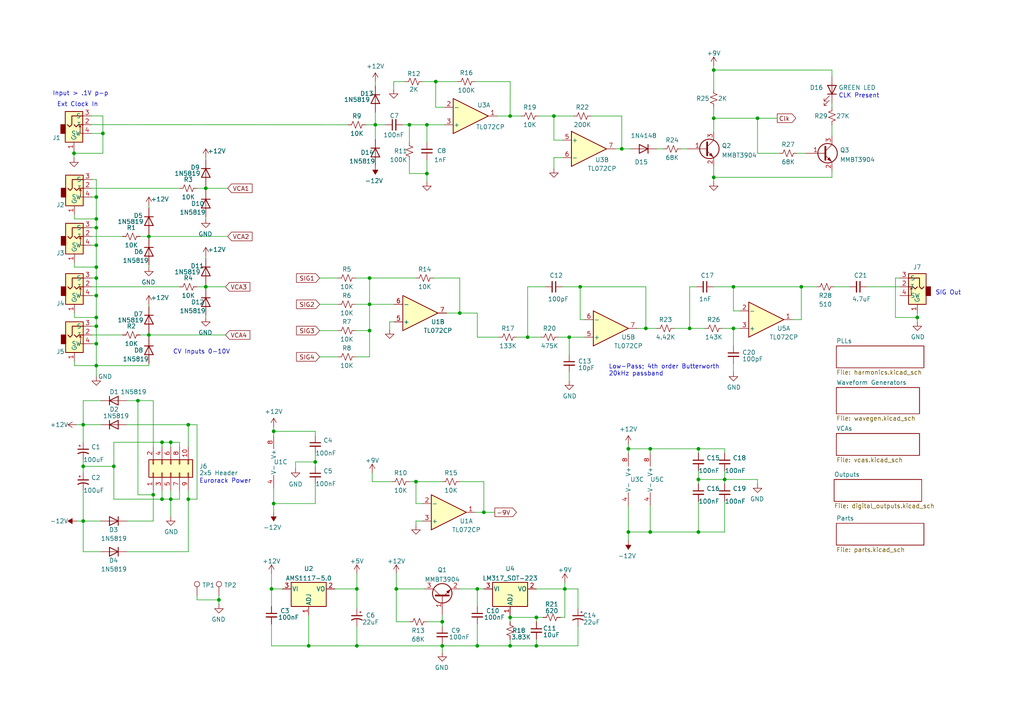
<source format=kicad_sch>
(kicad_sch (version 20211123) (generator eeschema)
  (paper "A4")
  (title_block (title "Pipes (main)") (rev "1.1"))
  (junction (at 155.575 179.07))
  (junction (at 138.43 170.815))
  (junction (at 27.94 63.5))
  (junction (at 140.335 148.59))
  (junction (at 182.245 154.305))
  (junction (at 123.825 50.3351))
  (junction (at 59.69 83.185))
  (junction (at 128.27 187.325))
  (junction (at 78.74 170.815))
  (junction (at 207.01 20.32))
  (junction (at 27.94 92.075))
  (junction (at 24.13 151.13))
  (junction (at 44.45 143.51))
  (junction (at 133.35 90.805))
  (junction (at 202.565 130.175))
  (junction (at 180.34 43.18))
  (junction (at 27.94 71.12))
  (junction (at 202.565 154.305))
  (junction (at 103.505 187.325))
  (junction (at 91.44 133.985))
  (junction (at 54.61 123.19))
  (junction (at 188.595 130.175))
  (junction (at 107.188 88.265))
  (junction (at 59.69 54.61))
  (junction (at 27.94 77.47))
  (junction (at 79.375 125.095))
  (junction (at 188.595 154.305))
  (junction (at 187.325 95.25))
  (junction (at 147.955 33.655))
  (junction (at 212.725 83.185))
  (junction (at 103.505 170.815))
  (junction (at 43.18 68.58))
  (junction (at 29.845 38.6971))
  (junction (at 27.94 99.695))
  (junction (at 123.825 36.195))
  (junction (at 212.725 95.25))
  (junction (at 165.1 97.79))
  (junction (at 54.61 144.78))
  (junction (at 155.575 187.325))
  (junction (at 27.94 85.725))
  (junction (at 168.275 83.185))
  (junction (at 27.94 80.645))
  (junction (at 27.94 106.045))
  (junction (at 128.27 180.34))
  (junction (at 49.53 128.27))
  (junction (at 33.02 135.255))
  (junction (at 24.13 135.255))
  (junction (at 43.18 97.155))
  (junction (at 138.43 187.325))
  (junction (at 147.955 179.07))
  (junction (at 163.83 170.815))
  (junction (at 182.245 130.175))
  (junction (at 120.65 139.7))
  (junction (at 200.025 95.25))
  (junction (at 232.41 83.185))
  (junction (at 207.01 51.435))
  (junction (at 160.655 33.655))
  (junction (at 79.375 146.05))
  (junction (at 46.99 144.78))
  (junction (at 63.5 173.99))
  (junction (at 202.565 139.065))
  (junction (at 27.94 66.04))
  (junction (at 266.065 92.075))
  (junction (at 24.13 123.19))
  (junction (at 21.463 44.45))
  (junction (at 219.71 34.29))
  (junction (at 118.745 36.195))
  (junction (at 210.185 139.065))
  (junction (at 108.8627 36.195))
  (junction (at 27.94 94.615))
  (junction (at 46.99 128.27))
  (junction (at 147.955 187.325))
  (junction (at 153.035 97.79))
  (junction (at 107.188 95.885))
  (junction (at 126.3887 23.6651))
  (junction (at 89.535 187.325))
  (junction (at 40.005 116.205))
  (junction (at 27.94 57.15))
  (junction (at 207.01 34.29))
  (junction (at 107.188 80.645))
  (junction (at 114.935 170.815))
  (junction (at 49.53 144.78))
  (wire (pts (xy 168.275 92.71) (xy 168.275 83.185)))
  (wire (pts (xy 54.61 129.54) (xy 54.61 123.19)))
  (wire (pts (xy 26.67 66.04) (xy 27.94 66.04)))
  (wire (pts (xy 167.64 176.53) (xy 167.64 170.815)))
  (wire (pts (xy 79.375 123.825) (xy 79.375 125.095)))
  (wire (pts (xy 89.535 187.325) (xy 103.505 187.325)))
  (wire (pts (xy 107.188 95.885) (xy 107.188 88.265)))
  (wire (pts (xy 43.18 68.58) (xy 43.18 69.215)))
  (wire (pts (xy 133.35 90.805) (xy 138.43 90.805)))
  (wire (pts (xy 27.94 92.075) (xy 27.94 94.615)))
  (wire (pts (xy 180.34 33.655) (xy 180.34 43.18)))
  (wire (pts (xy 59.69 74.93) (xy 59.69 74.295)))
  (wire (pts (xy 153.035 97.79) (xy 156.845 97.79)))
  (wire (pts (xy 210.185 145.415) (xy 210.185 154.305)))
  (wire (pts (xy 26.67 97.155) (xy 35.56 97.155)))
  (wire (pts (xy 241.3 20.32) (xy 241.3 22.225)))
  (wire (pts (xy 103.124 88.265) (xy 107.188 88.265)))
  (wire (pts (xy 113.03 93.345) (xy 113.03 95.631)))
  (wire (pts (xy 128.27 186.69) (xy 128.27 187.325)))
  (wire (pts (xy 26.67 57.15) (xy 27.94 57.15)))
  (wire (pts (xy 188.595 131.445) (xy 188.595 130.175)))
  (wire (pts (xy 137.8187 23.6651) (xy 147.9787 23.6651)))
  (wire (pts (xy 138.43 170.815) (xy 140.335 170.815)))
  (wire (pts (xy 219.71 139.065) (xy 219.71 140.335)))
  (wire (pts (xy 138.43 90.805) (xy 138.43 97.79)))
  (wire (pts (xy 147.955 179.07) (xy 155.575 179.07)))
  (wire (pts (xy 54.61 144.78) (xy 57.15 144.78)))
  (wire (pts (xy 27.94 85.725) (xy 27.94 92.075)))
  (wire (pts (xy 241.935 83.185) (xy 246.38 83.185)))
  (wire (pts (xy 43.18 60.325) (xy 43.18 59.69)))
  (wire (pts (xy 52.07 128.27) (xy 52.07 129.54)))
  (wire (pts (xy 210.185 139.065) (xy 219.71 139.065)))
  (wire (pts (xy 207.01 48.26) (xy 207.01 51.435)))
  (wire (pts (xy 168.275 83.185) (xy 187.325 83.185)))
  (wire (pts (xy 26.543 36.1571) (xy 100.965 36.195)))
  (wire (pts (xy 128.27 187.325) (xy 138.43 187.325)))
  (wire (pts (xy 59.69 83.185) (xy 59.69 83.82)))
  (wire (pts (xy 259.715 92.075) (xy 266.065 92.075)))
  (wire (pts (xy 128.27 187.325) (xy 128.27 189.23)))
  (wire (pts (xy 107.95 139.7) (xy 107.95 137.16)))
  (wire (pts (xy 29.845 33.6171) (xy 29.845 38.6971)))
  (wire (pts (xy 24.13 133.35) (xy 24.13 135.255)))
  (wire (pts (xy 129.54 90.805) (xy 133.35 90.805)))
  (wire (pts (xy 49.53 142.24) (xy 49.53 144.78)))
  (wire (pts (xy 91.44 140.335) (xy 91.44 146.05)))
  (wire (pts (xy 26.67 71.12) (xy 27.94 71.12)))
  (wire (pts (xy 187.325 83.185) (xy 187.325 95.25)))
  (wire (pts (xy 97.155 170.815) (xy 103.505 170.815)))
  (wire (pts (xy 120.65 139.7) (xy 120.65 146.05)))
  (wire (pts (xy 27.94 57.15) (xy 27.94 63.5)))
  (wire (pts (xy 43.18 106.045) (xy 27.94 106.045)))
  (wire (pts (xy 103.124 95.885) (xy 107.188 95.885)))
  (wire (pts (xy 165.1 97.79) (xy 169.545 97.79)))
  (wire (pts (xy 123.825 36.195) (xy 128.905 36.195)))
  (wire (pts (xy 54.61 160.02) (xy 54.61 144.78)))
  (wire (pts (xy 155.575 179.07) (xy 157.48 179.07)))
  (wire (pts (xy 140.335 148.59) (xy 140.335 139.7)))
  (wire (pts (xy 210.185 136.525) (xy 210.185 139.065)))
  (wire (pts (xy 188.595 130.175) (xy 202.565 130.175)))
  (wire (pts (xy 92.71 95.885) (xy 98.044 95.885)))
  (wire (pts (xy 49.53 128.27) (xy 49.53 129.54)))
  (wire (pts (xy 212.725 95.25) (xy 214.63 95.25)))
  (wire (pts (xy 210.185 139.065) (xy 210.185 140.335)))
  (wire (pts (xy 59.69 62.865) (xy 59.69 63.5)))
  (wire (pts (xy 27.94 63.5) (xy 27.94 66.04)))
  (wire (pts (xy 57.15 173.99) (xy 63.5 173.99)))
  (wire (pts (xy 232.41 83.185) (xy 236.855 83.185)))
  (wire (pts (xy 125.73 80.645) (xy 133.35 80.645)))
  (wire (pts (xy 43.18 97.155) (xy 65.405 97.155)))
  (wire (pts (xy 44.45 116.205) (xy 44.45 129.54)))
  (wire (pts (xy 27.94 77.47) (xy 21.59 77.47)))
  (wire (pts (xy 46.99 142.24) (xy 46.99 144.78)))
  (wire (pts (xy 103.505 166.37) (xy 103.505 170.815)))
  (wire (pts (xy 22.225 151.13) (xy 24.13 151.13)))
  (wire (pts (xy 27.94 92.075) (xy 21.59 92.075)))
  (wire (pts (xy 123.825 46.355) (xy 123.825 50.3351)))
  (wire (pts (xy 123.825 180.34) (xy 128.27 180.34)))
  (wire (pts (xy 138.43 180.975) (xy 138.43 187.325)))
  (wire (pts (xy 113.03 93.345) (xy 114.3 93.345)))
  (wire (pts (xy 212.725 90.17) (xy 214.63 90.17)))
  (wire (pts (xy 126.365 31.115) (xy 126.3887 23.6651)))
  (wire (pts (xy 207.01 83.185) (xy 212.725 83.185)))
  (wire (pts (xy 147.955 187.325) (xy 155.575 187.325)))
  (wire (pts (xy 202.565 145.415) (xy 202.565 154.305)))
  (wire (pts (xy 89.535 178.435) (xy 89.535 187.325)))
  (wire (pts (xy 167.64 170.815) (xy 163.83 170.815)))
  (wire (pts (xy 24.13 123.19) (xy 24.13 128.27)))
  (wire (pts (xy 182.245 130.175) (xy 188.595 130.175)))
  (wire (pts (xy 160.655 40.64) (xy 160.655 33.655)))
  (wire (pts (xy 27.94 106.045) (xy 27.94 109.22)))
  (wire (pts (xy 43.18 67.945) (xy 43.18 68.58)))
  (wire (pts (xy 106.045 36.195) (xy 108.8627 36.195)))
  (wire (pts (xy 118.745 46.355) (xy 118.745 50.3351)))
  (wire (pts (xy 163.195 40.64) (xy 160.655 40.64)))
  (wire (pts (xy 43.18 88.9) (xy 43.18 88.265)))
  (wire (pts (xy 197.485 43.18) (xy 199.39 43.18)))
  (wire (pts (xy 26.67 85.725) (xy 27.94 85.725)))
  (wire (pts (xy 26.67 54.61) (xy 52.07 54.61)))
  (wire (pts (xy 118.745 139.7) (xy 120.65 139.7)))
  (wire (pts (xy 49.53 144.78) (xy 49.53 149.86)))
  (wire (pts (xy 78.74 170.815) (xy 78.74 175.895)))
  (wire (pts (xy 79.375 146.05) (xy 79.375 148.59)))
  (wire (pts (xy 155.575 170.815) (xy 163.83 170.815)))
  (wire (pts (xy 26.543 38.6971) (xy 29.845 38.6971)))
  (wire (pts (xy 169.545 92.71) (xy 168.275 92.71)))
  (wire (pts (xy 133.35 139.7) (xy 140.335 139.7)))
  (wire (pts (xy 24.13 160.02) (xy 24.13 151.13)))
  (wire (pts (xy 162.56 179.07) (xy 163.83 179.07)))
  (wire (pts (xy 155.575 179.07) (xy 155.575 180.34)))
  (wire (pts (xy 27.94 77.47) (xy 27.94 80.645)))
  (wire (pts (xy 24.13 142.24) (xy 24.13 151.13)))
  (wire (pts (xy 40.005 116.205) (xy 40.005 143.51)))
  (wire (pts (xy 57.15 144.78) (xy 57.15 123.19)))
  (wire (pts (xy 103.505 187.325) (xy 128.27 187.325)))
  (wire (pts (xy 27.94 71.12) (xy 27.94 77.47)))
  (wire (pts (xy 147.955 178.435) (xy 147.955 179.07)))
  (wire (pts (xy 108.8627 32.5551) (xy 108.8627 36.195)))
  (wire (pts (xy 33.02 144.78) (xy 46.99 144.78)))
  (wire (pts (xy 49.53 144.78) (xy 52.07 144.78)))
  (wire (pts (xy 114.935 180.34) (xy 114.935 170.815)))
  (wire (pts (xy 118.745 50.3351) (xy 123.825 50.3351)))
  (wire (pts (xy 36.83 151.13) (xy 44.45 151.13)))
  (wire (pts (xy 138.43 170.815) (xy 138.43 175.895)))
  (wire (pts (xy 85.725 135.89) (xy 85.725 133.985)))
  (wire (pts (xy 40.64 97.155) (xy 43.18 97.155)))
  (wire (pts (xy 241.3 29.845) (xy 241.3 31.115)))
  (wire (pts (xy 36.83 160.02) (xy 54.61 160.02)))
  (wire (pts (xy 26.67 99.695) (xy 27.94 99.695)))
  (wire (pts (xy 108.8627 23.6651) (xy 108.8627 24.9351)))
  (wire (pts (xy 138.43 187.325) (xy 147.955 187.325)))
  (wire (pts (xy 29.21 116.205) (xy 24.13 116.205)))
  (wire (pts (xy 26.67 68.58) (xy 35.56 68.58)))
  (wire (pts (xy 59.69 54.61) (xy 66.04 54.61)))
  (wire (pts (xy 163.195 83.185) (xy 168.275 83.185)))
  (wire (pts (xy 24.13 135.255) (xy 24.13 137.16)))
  (wire (pts (xy 21.463 44.45) (xy 21.463 45.8315)))
  (wire (pts (xy 212.725 105.41) (xy 212.725 107.95)))
  (wire (pts (xy 91.44 133.985) (xy 91.44 135.255)))
  (wire (pts (xy 29.21 160.02) (xy 24.13 160.02)))
  (wire (pts (xy 182.245 154.305) (xy 182.245 156.845)))
  (wire (pts (xy 219.71 34.29) (xy 225.425 34.29)))
  (wire (pts (xy 266.065 90.805) (xy 266.065 92.075)))
  (wire (pts (xy 207.01 34.29) (xy 207.01 38.1)))
  (wire (pts (xy 24.13 123.19) (xy 29.21 123.19)))
  (wire (pts (xy 160.655 33.655) (xy 166.37 33.655)))
  (wire (pts (xy 103.505 176.53) (xy 103.505 170.815)))
  (wire (pts (xy 207.01 19.05) (xy 207.01 20.32)))
  (wire (pts (xy 226.06 44.45) (xy 219.71 44.45)))
  (wire (pts (xy 43.18 105.41) (xy 43.18 106.045)))
  (wire (pts (xy 209.55 95.25) (xy 212.725 95.25)))
  (wire (pts (xy 78.74 166.37) (xy 78.74 170.815)))
  (wire (pts (xy 103.124 103.505) (xy 107.188 103.505)))
  (wire (pts (xy 207.01 20.32) (xy 207.01 26.035)))
  (wire (pts (xy 26.67 52.07) (xy 27.94 52.07)))
  (wire (pts (xy 59.69 53.975) (xy 59.69 54.61)))
  (wire (pts (xy 138.43 97.79) (xy 144.78 97.79)))
  (wire (pts (xy 52.07 144.78) (xy 52.07 142.24)))
  (wire (pts (xy 63.5 173.99) (xy 63.5 175.26)))
  (wire (pts (xy 259.715 80.645) (xy 259.715 92.075)))
  (wire (pts (xy 202.565 139.065) (xy 202.565 140.335)))
  (wire (pts (xy 108.8627 36.195) (xy 108.8627 40.4291)))
  (wire (pts (xy 57.15 54.61) (xy 59.69 54.61)))
  (wire (pts (xy 36.83 116.205) (xy 40.005 116.205)))
  (wire (pts (xy 202.565 136.525) (xy 202.565 139.065)))
  (wire (pts (xy 149.86 97.79) (xy 153.035 97.79)))
  (wire (pts (xy 158.115 83.185) (xy 153.035 83.185)))
  (wire (pts (xy 107.188 103.505) (xy 107.188 95.885)))
  (wire (pts (xy 187.325 95.25) (xy 184.785 95.25)))
  (wire (pts (xy 43.18 68.58) (xy 66.04 68.58)))
  (wire (pts (xy 46.99 128.27) (xy 46.99 129.54)))
  (wire (pts (xy 21.59 104.775) (xy 21.59 106.045)))
  (wire (pts (xy 26.67 80.645) (xy 27.94 80.645)))
  (wire (pts (xy 22.225 123.19) (xy 24.13 123.19)))
  (wire (pts (xy 182.245 128.905) (xy 182.245 130.175)))
  (wire (pts (xy 122.5787 23.6651) (xy 126.3887 23.6651)))
  (wire (pts (xy 163.195 45.72) (xy 160.655 45.72)))
  (wire (pts (xy 128.27 180.34) (xy 128.27 181.61)))
  (wire (pts (xy 57.15 123.19) (xy 54.61 123.19)))
  (wire (pts (xy 59.69 82.55) (xy 59.69 83.185)))
  (wire (pts (xy 114.935 166.37) (xy 114.935 170.815)))
  (wire (pts (xy 241.3 36.195) (xy 241.3 39.37)))
  (wire (pts (xy 163.83 168.91) (xy 163.83 170.815)))
  (wire (pts (xy 44.45 142.24) (xy 44.45 143.51)))
  (wire (pts (xy 120.65 151.13) (xy 122.555 151.13)))
  (wire (pts (xy 24.13 135.255) (xy 33.02 135.255)))
  (wire (pts (xy 147.9787 23.6651) (xy 147.955 33.655)))
  (wire (pts (xy 182.245 131.445) (xy 182.245 130.175)))
  (wire (pts (xy 187.325 95.25) (xy 190.5 95.25)))
  (wire (pts (xy 63.5 172.72) (xy 63.5 173.99)))
  (wire (pts (xy 33.02 135.255) (xy 33.02 144.78)))
  (wire (pts (xy 118.745 180.34) (xy 114.935 180.34)))
  (wire (pts (xy 151.13 33.655) (xy 147.955 33.655)))
  (wire (pts (xy 44.45 116.205) (xy 40.005 116.205)))
  (wire (pts (xy 107.188 88.265) (xy 114.3 88.265)))
  (wire (pts (xy 103.124 80.645) (xy 107.188 80.645)))
  (wire (pts (xy 156.21 33.655) (xy 160.655 33.655)))
  (wire (pts (xy 163.83 179.07) (xy 163.83 170.815)))
  (wire (pts (xy 200.025 83.185) (xy 200.025 95.25)))
  (wire (pts (xy 212.725 95.25) (xy 212.725 100.33)))
  (wire (pts (xy 59.69 46.355) (xy 59.69 45.72)))
  (wire (pts (xy 200.025 95.25) (xy 204.47 95.25)))
  (wire (pts (xy 133.35 170.815) (xy 138.43 170.815)))
  (wire (pts (xy 59.69 91.44) (xy 59.69 92.075)))
  (wire (pts (xy 182.245 146.685) (xy 182.245 154.305)))
  (wire (pts (xy 118.745 36.195) (xy 118.745 41.275)))
  (wire (pts (xy 114.1967 23.6651) (xy 117.4987 23.6651)))
  (wire (pts (xy 202.565 131.445) (xy 202.565 130.175)))
  (wire (pts (xy 91.44 125.095) (xy 91.44 126.365)))
  (wire (pts (xy 147.955 179.07) (xy 147.955 180.34)))
  (wire (pts (xy 165.1 107.95) (xy 165.1 110.49)))
  (wire (pts (xy 24.13 116.205) (xy 24.13 123.19)))
  (wire (pts (xy 33.02 128.27) (xy 33.02 135.255)))
  (wire (pts (xy 212.725 83.185) (xy 232.41 83.185)))
  (wire (pts (xy 108.8627 36.195) (xy 111.76 36.195)))
  (wire (pts (xy 79.375 126.365) (xy 79.375 125.095)))
  (wire (pts (xy 153.035 83.185) (xy 153.035 97.79)))
  (wire (pts (xy 46.99 128.27) (xy 33.02 128.27)))
  (wire (pts (xy 59.69 83.185) (xy 65.405 83.185)))
  (wire (pts (xy 182.245 154.305) (xy 188.595 154.305)))
  (wire (pts (xy 178.435 43.18) (xy 180.34 43.18)))
  (wire (pts (xy 21.463 43.7771) (xy 21.463 44.45)))
  (wire (pts (xy 188.595 154.305) (xy 202.565 154.305)))
  (wire (pts (xy 43.18 76.835) (xy 43.18 77.47)))
  (wire (pts (xy 79.375 141.605) (xy 79.375 146.05)))
  (wire (pts (xy 85.725 133.985) (xy 91.44 133.985)))
  (wire (pts (xy 210.185 139.065) (xy 202.565 139.065)))
  (wire (pts (xy 40.64 68.58) (xy 43.18 68.58)))
  (wire (pts (xy 103.505 181.61) (xy 103.505 187.325)))
  (wire (pts (xy 92.71 88.265) (xy 98.044 88.265)))
  (wire (pts (xy 207.01 31.115) (xy 207.01 34.29)))
  (wire (pts (xy 49.53 128.27) (xy 46.99 128.27)))
  (wire (pts (xy 201.93 83.185) (xy 200.025 83.185)))
  (wire (pts (xy 59.69 54.61) (xy 59.69 55.245)))
  (wire (pts (xy 207.01 34.29) (xy 219.71 34.29)))
  (wire (pts (xy 126.3887 23.6651) (xy 132.7387 23.6651)))
  (wire (pts (xy 26.67 94.615) (xy 27.94 94.615)))
  (wire (pts (xy 171.45 33.655) (xy 180.34 33.655)))
  (wire (pts (xy 114.935 170.815) (xy 123.19 170.815)))
  (wire (pts (xy 123.825 50.3351) (xy 123.825 52.705)))
  (wire (pts (xy 92.71 80.645) (xy 98.044 80.645)))
  (wire (pts (xy 54.61 142.24) (xy 54.61 144.78)))
  (wire (pts (xy 229.87 92.71) (xy 232.41 92.71)))
  (wire (pts (xy 79.375 125.095) (xy 91.44 125.095)))
  (wire (pts (xy 27.94 52.07) (xy 27.94 57.15)))
  (wire (pts (xy 92.71 103.505) (xy 98.044 103.505)))
  (wire (pts (xy 123.825 36.195) (xy 123.825 41.275)))
  (wire (pts (xy 212.725 83.185) (xy 212.725 90.17)))
  (wire (pts (xy 107.188 80.645) (xy 120.65 80.645)))
  (wire (pts (xy 180.34 43.18) (xy 182.88 43.18)))
  (wire (pts (xy 26.67 83.185) (xy 52.07 83.185)))
  (wire (pts (xy 78.74 180.975) (xy 78.74 187.325)))
  (wire (pts (xy 128.905 31.115) (xy 126.365 31.115)))
  (wire (pts (xy 21.59 62.23) (xy 21.59 63.5)))
  (wire (pts (xy 188.595 146.685) (xy 188.595 154.305)))
  (wire (pts (xy 120.65 139.7) (xy 128.27 139.7)))
  (wire (pts (xy 27.94 106.045) (xy 21.59 106.045)))
  (wire (pts (xy 202.565 130.175) (xy 210.185 130.175)))
  (wire (pts (xy 219.71 44.45) (xy 219.71 34.29)))
  (wire (pts (xy 266.065 92.075) (xy 266.065 93.345)))
  (wire (pts (xy 46.99 144.78) (xy 49.53 144.78)))
  (wire (pts (xy 107.188 80.645) (xy 107.188 88.265)))
  (wire (pts (xy 133.35 80.645) (xy 133.35 90.805)))
  (wire (pts (xy 167.64 187.325) (xy 155.575 187.325)))
  (wire (pts (xy 79.375 146.05) (xy 91.44 146.05)))
  (wire (pts (xy 116.84 36.195) (xy 118.745 36.195)))
  (wire (pts (xy 207.01 20.32) (xy 241.3 20.32)))
  (wire (pts (xy 120.65 146.05) (xy 122.555 146.05)))
  (wire (pts (xy 27.94 80.645) (xy 27.94 85.725)))
  (wire (pts (xy 27.94 99.695) (xy 27.94 106.045)))
  (wire (pts (xy 155.575 185.42) (xy 155.575 187.325)))
  (wire (pts (xy 57.15 172.72) (xy 57.15 173.99)))
  (wire (pts (xy 241.3 49.53) (xy 241.3 51.435)))
  (wire (pts (xy 29.845 44.45) (xy 29.845 38.6971)))
  (wire (pts (xy 120.65 152.4) (xy 120.65 151.13)))
  (wire (pts (xy 195.58 95.25) (xy 200.025 95.25)))
  (wire (pts (xy 160.655 45.72) (xy 160.655 48.895)))
  (wire (pts (xy 91.44 131.445) (xy 91.44 133.985)))
  (wire (pts (xy 27.94 66.04) (xy 27.94 71.12)))
  (wire (pts (xy 232.41 92.71) (xy 232.41 83.185)))
  (wire (pts (xy 210.185 130.175) (xy 210.185 131.445)))
  (wire (pts (xy 137.795 148.59) (xy 140.335 148.59)))
  (wire (pts (xy 107.95 139.7) (xy 113.665 139.7)))
  (wire (pts (xy 29.21 151.13) (xy 24.13 151.13)))
  (wire (pts (xy 161.925 97.79) (xy 165.1 97.79)))
  (wire (pts (xy 140.335 148.59) (xy 143.51 148.59)))
  (wire (pts (xy 36.83 123.19) (xy 54.61 123.19)))
  (wire (pts (xy 118.745 36.195) (xy 123.825 36.195)))
  (wire (pts (xy 21.59 90.805) (xy 21.59 92.075)))
  (wire (pts (xy 44.45 143.51) (xy 44.45 151.13)))
  (wire (pts (xy 241.3 51.435) (xy 207.01 51.435)))
  (wire (pts (xy 43.18 96.52) (xy 43.18 97.155)))
  (wire (pts (xy 78.74 187.325) (xy 89.535 187.325)))
  (wire (pts (xy 231.14 44.45) (xy 233.68 44.45)))
  (wire (pts (xy 202.565 154.305) (xy 210.185 154.305)))
  (wire (pts (xy 57.15 83.185) (xy 59.69 83.185)))
  (wire (pts (xy 114.1967 23.6651) (xy 114.1967 25.9511)))
  (wire (pts (xy 207.01 51.435) (xy 207.01 52.705)))
  (wire (pts (xy 165.1 97.79) (xy 165.1 102.87)))
  (wire (pts (xy 27.94 63.5) (xy 21.59 63.5)))
  (wire (pts (xy 43.18 97.155) (xy 43.18 97.79)))
  (wire (pts (xy 40.005 143.51) (xy 44.45 143.51)))
  (wire (pts (xy 78.74 170.815) (xy 81.915 170.815)))
  (wire (pts (xy 260.985 80.645) (xy 259.715 80.645)))
  (wire (pts (xy 144.145 33.655) (xy 147.955 33.655)))
  (wire (pts (xy 190.5 43.18) (xy 192.405 43.18)))
  (wire (pts (xy 27.94 94.615) (xy 27.94 99.695)))
  (wire (pts (xy 49.53 128.27) (xy 52.07 128.27)))
  (wire (pts (xy 251.46 83.185) (xy 260.985 83.185)))
  (wire (pts (xy 26.543 33.6171) (xy 29.845 33.6171)))
  (wire (pts (xy 21.59 76.2) (xy 21.59 77.47)))
  (wire (pts (xy 21.463 44.45) (xy 29.845 44.45)))
  (wire (pts (xy 167.64 181.61) (xy 167.64 187.325)))
  (wire (pts (xy 128.27 178.435) (xy 128.27 180.34)))
  (wire (pts (xy 147.955 185.42) (xy 147.955 187.325)))
  (text "Eurorack Power" (at 57.785 140.335 0) (effects (font (size 1.27 1.27)) (justify left bottom)))
  (text "SIG Out" (at 278.765 85.725 180) (effects (font (size 1.27 1.27)) (justify right bottom)))
  (text "Low-Pass; 4th order Butterworth\n20kHz passband" (at 176.53 109.22 0) (effects (font (size 1.27 1.27)) (justify left bottom)))
  (text "Input > .1V p-p" (at 15.24 27.94 0) (effects (font (size 1.27 1.27)) (justify left bottom)))
  (text "CLK Present" (at 243.205 28.575 0) (effects (font (size 1.27 1.27)) (justify left bottom)))
  (text "CV Inputs 0-10V" (at 50.165 102.87 0) (effects (font (size 1.27 1.27)) (justify left bottom)))
  (text "Ext Clock In" (at 16.51 31.115 0) (effects (font (size 1.27 1.27)) (justify left bottom)))
  (global_label "SIG4" (shape input) (at 92.71 103.505 180) (property "Intersheet References" "${INTERSHEET_REFS}" (effects hide)))
  (global_label "VCA3" (shape input) (at 65.405 83.185 0) (property "Intersheet References" "${INTERSHEET_REFS}" (effects hide)))
  (global_label "Clk" (shape output) (at 225.425 34.29 0) (property "Intersheet References" "${INTERSHEET_REFS}" (effects hide)))
  (global_label "-9V" (shape output) (at 143.51 148.59 0) (property "Intersheet References" "${INTERSHEET_REFS}" (effects hide)))
  (global_label "VCA4" (shape input) (at 65.405 97.155 0) (property "Intersheet References" "${INTERSHEET_REFS}" (effects hide)))
  (global_label "VCA1" (shape input) (at 66.04 54.61 0) (property "Intersheet References" "${INTERSHEET_REFS}" (effects hide)))
  (global_label "SIG2" (shape input) (at 92.71 88.265 180) (property "Intersheet References" "${INTERSHEET_REFS}" (effects hide)))
  (global_label "SIG3" (shape input) (at 92.71 95.885 180) (property "Intersheet References" "${INTERSHEET_REFS}" (effects hide)))
  (global_label "SIG1" (shape input) (at 92.71 80.645 180) (property "Intersheet References" "${INTERSHEET_REFS}" (effects hide)))
  (global_label "VCA2" (shape input) (at 66.04 68.58 0) (property "Intersheet References" "${INTERSHEET_REFS}" (effects hide)))
  (symbol (lib_id "Device:R_Small_US") (at 207.01 95.25 270) (unit 1)
    (property "Reference" "R26" (at 207.01 92.71 90))
    (property "Value" "143K" (at 207.01 97.79 90))
    (property "Footprint" "Resistor_SMD:R_0603_1608Metric" (effects hide))
    (property "Digi-Key Part" "CRT0805-FZ-1002ELFCT-ND" (effects hide))
    (property "LCSC Part #" "C304703" (effects hide))
  )
  (symbol (lib_id "Diode:1N4148") (at 59.69 50.165 270) (unit 1)
    (property "Reference" "D9" (at 55.2688 48.5644 90) (effects (justify left)))
    (property "Value" "1N5819" (at 50.5653 50.3123 90) (effects (justify left)))
    (property "Footprint" "Diode_SMD:D_0805_2012Metric_Pad1.15x1.40mm_HandSolder" (effects hide))
    (property "Digi-Key Part" "478-7800-1-ND" (effects hide))
    (property "LCSC Part #" "C191023" (effects hide))
  )
  (symbol (lib_id "power:GND") (at 49.53 149.86 0) (unit 1)
    (property "Reference" "#PWR08" (effects hide))
    (property "Value" "GND" (at 49.657 154.2542 0))
  )
  (symbol (lib_id "Device:R_Small_US") (at 168.91 33.655 270) (unit 1)
    (property "Reference" "R22" (at 168.91 31.115 90))
    (property "Value" "200K" (at 168.91 36.195 90))
    (property "Footprint" "Resistor_SMD:R_0805_2012Metric_Pad1.20x1.40mm_HandSolder" (effects hide))
    (property "Digi-Key Part" "CF14JT10K0CT-ND" (effects hide))
    (property "LCSC Part #" "C17539" (effects hide))
  )
  (symbol (lib_id "power:+12V") (at 182.245 128.905 0) (unit 1)
    (property "Reference" "#PWR032" (effects hide))
    (property "Value" "+12V" (at 182.245 124.46 0))
  )
  (symbol (lib_id "Device:R_Small_US") (at 239.395 83.185 90) (unit 1)
    (property "Reference" "R28" (at 239.395 85.725 90))
    (property "Value" "510" (at 239.395 88.265 90))
    (property "Footprint" "Resistor_SMD:R_0805_2012Metric_Pad1.20x1.40mm_HandSolder" (effects hide))
    (property "Digi-Key Part" "PPC470W-1CT-ND" (effects hide))
    (property "LCSC Part #" "C2842425" (effects hide))
  )
  (symbol (lib_id "power:-12V") (at 22.225 151.13 90) (unit 1)
    (property "Reference" "#PWR03" (effects hide))
    (property "Value" "-12V" (at 17.145 151.13 90))
  )
  (symbol (lib_id "Device:R_Small_US") (at 160.02 179.07 270) (unit 1)
    (property "Reference" "R21" (at 160.02 175.26 90))
    (property "Value" "620" (at 160.02 177.165 90))
    (property "Footprint" "Resistor_SMD:R_0805_2012Metric_Pad1.20x1.40mm_HandSolder" (effects hide))
    (property "Digi-Key Part" "CF14JT68K0CT-ND" (effects hide))
    (property "LCSC Part #" "C144551" (effects hide))
  )
  (symbol (lib_id "power:+12V") (at 79.375 123.825 0) (unit 1)
    (property "Reference" "#PWR015" (effects hide))
    (property "Value" "+12V" (at 79.375 119.38 0))
  )
  (symbol (lib_id "power:GND") (at 63.5 175.26 0) (mirror y) (unit 1)
    (property "Reference" "#PWR013" (effects hide))
    (property "Value" "GND" (at 63.373 179.6542 0))
  )
  (symbol (lib_id "Device:C_Small") (at 160.655 83.185 270) (unit 1)
    (property "Reference" "C12" (at 159.385 79.883 90) (effects (justify left)))
    (property "Value" "100pF" (at 158.877 86.741 90) (effects (justify left)))
    (property "Footprint" "Capacitor_SMD:C_0805_2012Metric_Pad1.18x1.45mm_HandSolder" (effects hide))
    (property "Datasheet" "http://datasheets.avx.com/SR-Series.pdf" (effects hide))
    (property "Digi-Key Part" "399-9877-1-ND" (effects hide))
    (property "LCSC Part #" "C1790" (effects hide))
  )
  (symbol (lib_id "greenface-symbols:Molex_47257") (at 21.59 54.61 0) (unit 1)
    (property "Reference" "J2" (at 17.526 59.436 0))
    (property "Value" "3.5mm Jack" (effects hide))
    (property "Footprint" "sputterizer:Molex-0472570001" (effects hide))
    (property "Digi-Key Part" "WM17366-ND" (effects hide))
  )
  (symbol (lib_id "power:GND") (at 114.1967 25.9511 0) (unit 1)
    (property "Reference" "#PWR023" (effects hide))
    (property "Value" "GND" (effects hide))
  )
  (symbol (lib_id "power:GND") (at 120.65 152.4 0) (unit 1)
    (property "Reference" "#PWR025" (effects hide))
    (property "Value" "GND" (effects hide))
  )
  (symbol (lib_id "Device:R_Small_US") (at 207.01 28.575 0) (unit 1)
    (property "Reference" "R25" (at 203.835 28.575 0))
    (property "Value" "2K" (at 209.55 28.575 0))
    (property "Footprint" "Resistor_SMD:R_0603_1608Metric" (effects hide))
    (property "Digi-Key Part" "CRT0805-FZ-1002ELFCT-ND" (effects hide))
    (property "LCSC Part #" "C22975" (effects hide))
  )
  (symbol (lib_id "power:GND") (at 21.463 45.8315 0) (unit 1)
    (property "Reference" "#PWR01" (effects hide))
    (property "Value" "GND" (effects hide))
  )
  (symbol (lib_id "Amplifier_Operational:TL072") (at 222.25 92.71 0) (mirror x) (unit 1)
    (property "Reference" "U5" (at 227.33 95.25 0))
    (property "Value" "TL072CP" (at 227.33 97.79 0))
    (property "Footprint" "Package_SO:SOIC-8_3.9x4.9mm_P1.27mm" (effects hide))
    (property "Digi-Key Part" "296-1775-5-ND" (effects hide))
    (property "LCSC Part #" "C67473" (effects hide))
  )
  (symbol (lib_id "Connector:TestPoint") (at 63.5 172.72 0) (unit 1)
    (property "Reference" "TP2" (at 64.9732 169.7228 0) (effects (justify left)))
    (property "Value" "TestPoint" (effects hide))
    (property "Footprint" "TestPoint:TestPoint_Keystone_5005-5009_Compact" (effects hide))
    (property "Digi-Key Part" "36-5006-ND" (effects hide))
    (property "LCSC Part #" "C5199801" (effects hide))
  )
  (symbol (lib_id "Device:R_Small_US") (at 103.505 36.195 270) (unit 1)
    (property "Reference" "R9" (at 103.505 33.655 90))
    (property "Value" "10K" (at 103.505 38.735 90))
    (property "Footprint" "Resistor_SMD:R_0603_1608Metric" (effects hide))
    (property "Digi-Key Part" "CRT0805-FZ-1002ELFCT-ND" (effects hide))
    (property "LCSC Part #" "C25804" (effects hide))
  )
  (symbol (lib_id "power:GND") (at 59.69 63.5 0) (mirror y) (unit 1)
    (property "Reference" "#PWR010" (effects hide))
    (property "Value" "GND" (at 59.563 67.8942 0))
  )
  (symbol (lib_id "Regulator_Linear:LM317_SOT-223") (at 89.535 170.815 0) (unit 1)
    (property "Reference" "U2" (at 89.535 164.9435 0))
    (property "Value" "AMS1117-5.0" (at 89.535 167.7186 0))
    (property "Footprint" "Package_TO_SOT_SMD:SOT-223-3_TabPin2" (effects hide))
    (property "Datasheet" "http://www.ti.com/lit/ds/symlink/lm317.pdf" (effects hide))
    (property "LCSC Part #" "C6187" (effects hide))
  )
  (symbol (lib_id "Device:C_Small") (at 138.43 178.435 0) (unit 1)
    (property "Reference" "C10" (at 140.97 177.165 0) (effects (justify left)))
    (property "Value" "100nF" (at 140.335 179.07 0) (effects (justify left)))
    (property "Footprint" "Capacitor_SMD:C_0805_2012Metric_Pad1.18x1.45mm_HandSolder" (effects hide))
    (property "Datasheet" "http://datasheets.avx.com/SR-Series.pdf" (effects hide))
    (property "Digi-Key Part" "478-10836-1-ND" (effects hide))
    (property "LCSC Part #" "C49678" (effects hide))
  )
  (symbol (lib_id "Device:C_Small") (at 91.44 128.905 0) (unit 1)
    (property "Reference" "C4" (at 93.7768 127.7366 0) (effects (justify left)))
    (property "Value" "100nF" (at 91.44 131.445 0) (effects (justify left)))
    (property "Footprint" "Capacitor_SMD:C_0805_2012Metric_Pad1.18x1.45mm_HandSolder" (effects hide))
    (property "Datasheet" "http://datasheets.avx.com/SR-Series.pdf" (effects hide))
    (property "Digi-Key Part" "478-10836-1-ND" (effects hide))
    (property "LCSC Part #" "C49678" (effects hide))
  )
  (symbol (lib_id "Diode:1N4148") (at 59.69 78.74 270) (unit 1)
    (property "Reference" "D11" (at 55.2688 77.1394 90) (effects (justify left)))
    (property "Value" "1N5819" (at 50.5653 78.8873 90) (effects (justify left)))
    (property "Footprint" "Diode_SMD:D_0805_2012Metric_Pad1.15x1.40mm_HandSolder" (effects hide))
    (property "Digi-Key Part" "478-7800-1-ND" (effects hide))
    (property "LCSC Part #" "C191023" (effects hide))
  )
  (symbol (lib_id "Transistor_BJT:MMBT3904") (at 204.47 43.18 0) (unit 1)
    (property "Reference" "Q2" (at 209.3214 42.2715 0) (effects (justify left)))
    (property "Value" "MMBT3904" (at 209.3214 45.0466 0) (effects (justify left)))
    (property "Footprint" "Package_TO_SOT_SMD:SOT-23" (effects hide))
    (property "Datasheet" "https://www.onsemi.com/pub/Collateral/2N3903-D.PDF" (effects hide))
    (property "LCSC Part #" "C20526" (effects hide))
  )
  (symbol (lib_id "greenface-symbols:Molex_47257") (at 21.59 97.155 0) (unit 1)
    (property "Reference" "J5" (at 17.526 101.981 0))
    (property "Value" "3.5mm Jack" (effects hide))
    (property "Footprint" "sputterizer:Molex-0472570001" (effects hide))
    (property "Digi-Key Part" "WM17366-ND" (effects hide))
  )
  (symbol (lib_id "Device:LED") (at 241.3 26.035 270) (mirror x) (unit 1)
    (property "Reference" "D16" (at 238.76 25.4 90) (effects (justify right)))
    (property "Value" "GREEN LED" (at 254 25.4 90) (effects (justify right)))
    (property "Footprint" "LED_THT:LED_D3.0mm" (effects hide))
    (property "Datasheet" "https://katalog.we-online.de/led/datasheet/151031SS04000.pdf" (effects hide))
    (property "Digi-Key Part" "732-5007-ND" (effects hide))
  )
  (symbol (lib_id "Device:C_Small") (at 204.47 83.185 270) (unit 1)
    (property "Reference" "C17" (at 203.2 79.883 90) (effects (justify left)))
    (property "Value" "1nF" (at 202.692 86.741 90) (effects (justify left)))
    (property "Footprint" "Capacitor_SMD:C_0805_2012Metric_Pad1.18x1.45mm_HandSolder" (effects hide))
    (property "Datasheet" "http://datasheets.avx.com/SR-Series.pdf" (effects hide))
    (property "Digi-Key Part" "399-9877-1-ND" (effects hide))
    (property "LCSC Part #" "C597357" (effects hide))
  )
  (symbol (lib_id "Diode:1N4148") (at 43.18 73.025 270) (unit 1)
    (property "Reference" "D6" (at 38.862 73.025 90) (effects (justify left)))
    (property "Value" "1N5819" (at 35.56 75.565 90) (effects (justify left)))
    (property "Footprint" "Diode_SMD:D_0805_2012Metric_Pad1.15x1.40mm_HandSolder" (effects hide))
    (property "Digi-Key Part" "478-7800-1-ND" (effects hide))
    (property "LCSC Part #" "C191023" (effects hide))
  )
  (symbol (lib_id "Device:R_Small_US") (at 123.19 80.645 270) (unit 1)
    (property "Reference" "R14" (at 123.19 78.105 90))
    (property "Value" "10K" (at 123.19 83.185 90))
    (property "Footprint" "Resistor_SMD:R_0603_1608Metric" (effects hide))
    (property "Digi-Key Part" "CRT0805-FZ-1002ELFCT-ND" (effects hide))
    (property "LCSC Part #" "C25804" (effects hide))
  )
  (symbol (lib_id "Device:CP1_Small") (at 24.13 130.81 0) (unit 1)
    (property "Reference" "C1" (at 26.4414 129.6416 0) (effects (justify left)))
    (property "Value" "100uF" (at 24.13 133.35 0) (effects (justify left)))
    (property "Footprint" "Capacitor_SMD:CP_Elec_6.3x5.4_Nichicon" (effects hide))
    (property "Datasheet" "http://www.rubycon.co.jp/en/catalog/e_pdfs/aluminum/e_ml.pdf" (effects hide))
    (property "Digi-Key Part" "399-EDH107M016A9GAACT-ND" (effects hide))
    (property "LCSC Part #" "C2887272" (effects hide))
  )
  (symbol (lib_id "power:GND") (at 123.825 52.705 0) (unit 1)
    (property "Reference" "#PWR026" (effects hide))
    (property "Value" "GND" (effects hide))
  )
  (symbol (lib_id "Device:C_Small") (at 248.92 83.185 270) (unit 1)
    (property "Reference" "C21" (at 247.65 79.883 90) (effects (justify left)))
    (property "Value" "4.7uF" (at 247.142 86.741 90) (effects (justify left)))
    (property "Footprint" "Capacitor_SMD:C_1206_3216Metric" (effects hide))
    (property "Datasheet" "http://datasheets.avx.com/SR-Series.pdf" (effects hide))
    (property "Digi-Key Part" "399-9877-1-ND" (effects hide))
    (property "LCSC Part #" "C29823" (effects hide))
  )
  (symbol (lib_id "Diode:1N4148") (at 33.02 160.02 180) (unit 1)
    (property "Reference" "D4" (at 34.29 162.56 0) (effects (justify left)))
    (property "Value" "1N5819" (at 36.83 165.1 0) (effects (justify left)))
    (property "Footprint" "Diode_SMD:D_SOD-323_HandSoldering" (effects hide))
    (property "Digi-Key Part" "478-7800-1-ND" (effects hide))
    (property "LCSC Part #" "C191023" (effects hide))
  )
  (symbol (lib_id "Diode:1N4148") (at 43.18 64.135 270) (unit 1)
    (property "Reference" "D5" (at 38.7588 62.5344 90) (effects (justify left)))
    (property "Value" "1N5819" (at 34.0553 64.2823 90) (effects (justify left)))
    (property "Footprint" "Diode_SMD:D_0805_2012Metric_Pad1.15x1.40mm_HandSolder" (effects hide))
    (property "Digi-Key Part" "478-7800-1-ND" (effects hide))
    (property "LCSC Part #" "C191023" (effects hide))
  )
  (symbol (lib_id "Transistor_BJT:MMBT3904") (at 128.27 173.355 90) (unit 1)
    (property "Reference" "Q1" (at 128.27 165.2991 90))
    (property "Value" "MMBT3904" (at 128.27 168.0742 90))
    (property "Footprint" "Package_TO_SOT_SMD:SOT-23" (effects hide))
    (property "Datasheet" "https://www.onsemi.com/pub/Collateral/2N3903-D.PDF" (effects hide))
    (property "LCSC Part #" "C20526" (effects hide))
  )
  (symbol (lib_id "Device:C_Small") (at 155.575 182.88 0) (unit 1)
    (property "Reference" "C11" (at 157.48 182.245 0) (effects (justify left)))
    (property "Value" "10uF" (at 157.48 184.15 0) (effects (justify left)))
    (property "Footprint" "Capacitor_SMD:C_0805_2012Metric_Pad1.18x1.45mm_HandSolder" (effects hide))
    (property "Datasheet" "http://datasheets.avx.com/SR-Series.pdf" (effects hide))
    (property "Digi-Key Part" "399-9886-1-ND" (effects hide))
    (property "LCSC Part #" "C15850" (effects hide))
  )
  (symbol (lib_id "power:GND") (at 27.94 109.22 0) (mirror y) (unit 1)
    (property "Reference" "#PWR04" (effects hide))
    (property "Value" "GND" (at 30.48 109.22 0))
  )
  (symbol (lib_id "power:+9V") (at 107.95 137.16 0) (unit 1)
    (property "Reference" "#PWR019" (effects hide))
    (property "Value" "+9V" (at 107.95 133.5555 0))
  )
  (symbol (lib_id "Diode:1N4148") (at 33.02 123.19 0) (unit 1)
    (property "Reference" "D2" (at 31.75 118.745 0) (effects (justify left)))
    (property "Value" "1N5819" (at 29.845 120.65 0) (effects (justify left)))
    (property "Footprint" "Diode_SMD:D_SOD-323_HandSoldering" (effects hide))
    (property "Digi-Key Part" "478-7800-1-ND" (effects hide))
    (property "LCSC Part #" "C191023" (effects hide))
  )
  (symbol (lib_id "Amplifier_Operational:TL072") (at 130.175 148.59 0) (mirror x) (unit 1)
    (property "Reference" "U1" (at 135.255 151.13 0))
    (property "Value" "TL072CP" (at 135.255 153.67 0))
    (property "Footprint" "Package_SO:SOIC-8_3.9x4.9mm_P1.27mm" (effects hide))
    (property "Digi-Key Part" "296-1775-5-ND" (effects hide))
    (property "LCSC Part #" "C67473" (effects hide))
  )
  (symbol (lib_id "Device:R_Small_US") (at 120.0387 23.6651 90) (unit 1)
    (property "Reference" "R12" (at 120.0387 21.3791 90))
    (property "Value" "2K" (at 120.0387 25.9511 90))
    (property "Footprint" "Resistor_SMD:R_0603_1608Metric" (effects hide))
    (property "Digi-Key Part" "CRT0805-FZ-1002ELFCT-ND" (effects hide))
    (property "LCSC Part #" "C22975" (effects hide))
  )
  (symbol (lib_id "Device:C_Small") (at 202.565 142.875 0) (unit 1)
    (property "Reference" "C16" (at 204.9018 141.7066 0) (effects (justify left)))
    (property "Value" "100nF" (at 202.565 145.415 0) (effects (justify left)))
    (property "Footprint" "Capacitor_SMD:C_0805_2012Metric_Pad1.18x1.45mm_HandSolder" (effects hide))
    (property "Datasheet" "http://datasheets.avx.com/SR-Series.pdf" (effects hide))
    (property "Digi-Key Part" "478-10836-1-ND" (effects hide))
    (property "LCSC Part #" "C49678" (effects hide))
  )
  (symbol (lib_id "Device:R_Small_US") (at 241.3 33.655 0) (mirror x) (unit 1)
    (property "Reference" "R29" (at 238.125 33.655 0))
    (property "Value" "27K" (at 244.475 33.655 0))
    (property "Footprint" "Resistor_SMD:R_0805_2012Metric_Pad1.20x1.40mm_HandSolder" (effects hide))
    (property "Digi-Key Part" "CRT0805-FZ-1002ELFCT-ND" (effects hide))
    (property "LCSC Part #" "C17593" (effects hide))
  )
  (symbol (lib_id "power:+12V") (at 59.69 45.72 0) (unit 1)
    (property "Reference" "#PWR09" (effects hide))
    (property "Value" "+12V" (at 62.865 43.815 0))
  )
  (symbol (lib_id "Connector:TestPoint") (at 57.15 172.72 0) (unit 1)
    (property "Reference" "TP1" (at 58.6232 169.7228 0) (effects (justify left)))
    (property "Value" "TestPoint" (effects hide))
    (property "Footprint" "TestPoint:TestPoint_Keystone_5005-5009_Compact" (effects hide))
    (property "Digi-Key Part" "36-5006-ND" (effects hide))
    (property "LCSC Part #" "C5199801" (effects hide))
  )
  (symbol (lib_id "power:+12V") (at 22.225 123.19 90) (unit 1)
    (property "Reference" "#PWR02" (effects hide))
    (property "Value" "+12V" (at 17.145 123.19 90))
  )
  (symbol (lib_id "Device:C_Small") (at 212.725 102.87 0) (unit 1)
    (property "Reference" "C20" (at 215.265 102.235 0) (effects (justify left)))
    (property "Value" "100pF" (at 215.265 104.14 0) (effects (justify left)))
    (property "Footprint" "Capacitor_SMD:C_0805_2012Metric_Pad1.18x1.45mm_HandSolder" (effects hide))
    (property "Datasheet" "http://datasheets.avx.com/SR-Series.pdf" (effects hide))
    (property "Digi-Key Part" "399-9877-1-ND" (effects hide))
    (property "LCSC Part #" "C1790" (effects hide))
  )
  (symbol (lib_id "power:+12V") (at 114.935 166.37 0) (unit 1)
    (property "Reference" "#PWR024" (effects hide))
    (property "Value" "+12V" (at 114.935 162.7655 0))
  )
  (symbol (lib_id "Device:R_Small_US") (at 159.385 97.79 270) (unit 1)
    (property "Reference" "R20" (at 159.385 95.25 90))
    (property "Value" "475K" (at 159.385 100.33 90))
    (property "Footprint" "Resistor_SMD:R_0603_1608Metric" (effects hide))
    (property "Digi-Key Part" "CRT0805-FZ-1002ELFCT-ND" (effects hide))
    (property "LCSC Part #" "C403244" (effects hide))
  )
  (symbol (lib_id "Device:R_Small_US") (at 38.1 68.58 270) (unit 1)
    (property "Reference" "R1" (at 38.1 66.04 90))
    (property "Value" "10K" (at 38.1 71.12 90))
    (property "Footprint" "Resistor_SMD:R_0603_1608Metric" (effects hide))
    (property "Digi-Key Part" "CRT0805-FZ-1002ELFCT-ND" (effects hide))
    (property "LCSC Part #" "C25804" (effects hide))
  )
  (symbol (lib_id "power:GND") (at 43.18 77.47 0) (mirror y) (unit 1)
    (property "Reference" "#PWR06" (effects hide))
    (property "Value" "GND" (at 43.053 81.8642 0))
  )
  (symbol (lib_id "Device:CP1_Small") (at 103.505 179.07 0) (mirror y) (unit 1)
    (property "Reference" "C6" (at 108.81 178.4628 0) (effects (justify left)))
    (property "Value" "22uF" (at 109.9121 180.4678 0) (effects (justify left)))
    (property "Footprint" "Capacitor_Tantalum_SMD:CP_EIA-3216-18_Kemet-A" (effects hide))
    (property "Digi-Key Part" "478-12960-1-ND" (effects hide))
    (property "LCSC Part #" "C129272" (effects hide))
  )
  (symbol (lib_id "Device:R_Small_US") (at 147.32 97.79 270) (unit 1)
    (property "Reference" "R17" (at 147.32 95.25 90))
    (property "Value" "133K" (at 147.32 100.33 90))
    (property "Footprint" "Resistor_SMD:R_0603_1608Metric" (effects hide))
    (property "Digi-Key Part" "CRT0805-FZ-1002ELFCT-ND" (effects hide))
    (property "LCSC Part #" "C321714" (effects hide))
  )
  (symbol (lib_id "Device:C_Small") (at 202.565 133.985 0) (unit 1)
    (property "Reference" "C15" (at 204.9018 132.8166 0) (effects (justify left)))
    (property "Value" "100nF" (at 202.565 136.525 0) (effects (justify left)))
    (property "Footprint" "Capacitor_SMD:C_0805_2012Metric_Pad1.18x1.45mm_HandSolder" (effects hide))
    (property "Datasheet" "http://datasheets.avx.com/SR-Series.pdf" (effects hide))
    (property "Digi-Key Part" "478-10836-1-ND" (effects hide))
    (property "LCSC Part #" "C49678" (effects hide))
  )
  (symbol (lib_id "Regulator_Linear:LM317_SOT-223") (at 147.955 170.815 0) (unit 1)
    (property "Reference" "U4" (at 147.955 164.9435 0))
    (property "Value" "LM317_SOT-223" (at 147.955 167.7186 0))
    (property "Footprint" "Package_TO_SOT_SMD:SOT-223-3_TabPin2" (effects hide))
    (property "Datasheet" "http://www.ti.com/lit/ds/symlink/lm317.pdf" (effects hide))
    (property "LCSC Part #" "C347367" (effects hide))
  )
  (symbol (lib_id "power:GND") (at 59.69 92.075 0) (mirror y) (unit 1)
    (property "Reference" "#PWR012" (effects hide))
    (property "Value" "GND" (at 59.563 96.4692 0))
  )
  (symbol (lib_id "Amplifier_Operational:TL072") (at 136.525 33.655 0) (mirror x) (unit 1)
    (property "Reference" "U3" (at 140.335 30.48 0))
    (property "Value" "TL072CP" (at 142.24 36.83 0))
    (property "Footprint" "Package_SO:SOIC-8_3.9x4.9mm_P1.27mm" (effects hide))
    (property "Digi-Key Part" "296-1775-5-ND" (effects hide))
    (property "LCSC Part #" "C67473" (effects hide))
  )
  (symbol (lib_id "Device:CP1_Small") (at 167.64 179.07 0) (mirror y) (unit 1)
    (property "Reference" "C14" (at 172.945 178.4628 0) (effects (justify left)))
    (property "Value" "22uF" (at 174.0471 180.4678 0) (effects (justify left)))
    (property "Footprint" "Capacitor_Tantalum_SMD:CP_EIA-3216-18_Kemet-A" (effects hide))
    (property "Digi-Key Part" "478-12960-1-ND" (effects hide))
    (property "LCSC Part #" "C129272" (effects hide))
  )
  (symbol (lib_id "Device:R_Small_US") (at 54.61 83.185 270) (unit 1)
    (property "Reference" "R4" (at 54.61 80.645 90))
    (property "Value" "10K" (at 54.61 85.725 90))
    (property "Footprint" "Resistor_SMD:R_0603_1608Metric" (effects hide))
    (property "Digi-Key Part" "CRT0805-FZ-1002ELFCT-ND" (effects hide))
    (property "LCSC Part #" "C25804" (effects hide))
  )
  (symbol (lib_id "power:+5V") (at 103.505 166.37 0) (unit 1)
    (property "Reference" "#PWR018" (effects hide))
    (property "Value" "+5V" (at 103.505 162.7655 0))
  )
  (symbol (lib_id "Device:C_Small") (at 128.27 184.15 0) (unit 1)
    (property "Reference" "C9" (at 130.81 182.88 0) (effects (justify left)))
    (property "Value" "100nF" (at 130.175 184.785 0) (effects (justify left)))
    (property "Footprint" "Capacitor_SMD:C_0805_2012Metric_Pad1.18x1.45mm_HandSolder" (effects hide))
    (property "Datasheet" "http://datasheets.avx.com/SR-Series.pdf" (effects hide))
    (property "Digi-Key Part" "478-10836-1-ND" (effects hide))
    (property "LCSC Part #" "C49678" (effects hide))
  )
  (symbol (lib_id "Device:R_Small_US") (at 228.6 44.45 270) (unit 1)
    (property "Reference" "R27" (at 228.6 41.91 90))
    (property "Value" "68K" (at 228.6 46.99 90))
    (property "Footprint" "Resistor_SMD:R_0805_2012Metric_Pad1.20x1.40mm_HandSolder" (effects hide))
    (property "Digi-Key Part" "CF14JT10K0CT-ND" (effects hide))
    (property "LCSC Part #" "C17801" (effects hide))
  )
  (symbol (lib_id "Amplifier_Operational:TL072") (at 170.815 43.18 0) (unit 2)
    (property "Reference" "U3" (at 174.625 46.355 0))
    (property "Value" "TL072CP" (at 174.625 48.895 0))
    (property "Footprint" "Package_SO:SOIC-8_3.9x4.9mm_P1.27mm" (effects hide))
    (property "Digi-Key Part" "296-1775-5-ND" (effects hide))
    (property "LCSC Part #" "C67473" (effects hide))
  )
  (symbol (lib_id "Device:C_Small") (at 123.825 43.815 180) (unit 1)
    (property "Reference" "C8" (at 129.4367 43.7311 0) (effects (justify left)))
    (property "Value" "1nF" (at 129.54 46.355 0) (effects (justify left)))
    (property "Footprint" "Capacitor_SMD:C_0805_2012Metric_Pad1.18x1.45mm_HandSolder" (effects hide))
    (property "Datasheet" "http://datasheets.avx.com/SR-Series.pdf" (effects hide))
    (property "Digi-Key Part" "399-9877-1-ND" (effects hide))
    (property "LCSC Part #" "C46653" (effects hide))
  )
  (symbol (lib_id "Device:R_Small_US") (at 130.81 139.7 270) (unit 1)
    (property "Reference" "R15" (at 130.81 137.16 90))
    (property "Value" "10K" (at 130.81 142.24 90))
    (property "Footprint" "Resistor_SMD:R_0603_1608Metric" (effects hide))
    (property "Digi-Key Part" "CRT0805-FZ-1002ELFCT-ND" (effects hide))
    (property "LCSC Part #" "C25804" (effects hide))
  )
  (symbol (lib_id "Device:R_Small_US") (at 116.205 139.7 270) (unit 1)
    (property "Reference" "R10" (at 116.205 137.16 90))
    (property "Value" "10K" (at 116.205 142.24 90))
    (property "Footprint" "Resistor_SMD:R_0603_1608Metric" (effects hide))
    (property "Digi-Key Part" "CRT0805-FZ-1002ELFCT-ND" (effects hide))
    (property "LCSC Part #" "C25804" (effects hide))
  )
  (symbol (lib_id "Device:R_Small_US") (at 147.955 182.88 0) (unit 1)
    (property "Reference" "R18" (at 150.495 182.88 0))
    (property "Value" "3.83K" (at 151.13 184.785 0))
    (property "Footprint" "Resistor_SMD:R_0805_2012Metric_Pad1.20x1.40mm_HandSolder" (effects hide))
    (property "Digi-Key Part" "CF14JT68K0CT-ND" (effects hide))
    (property "LCSC Part #" "C483108" (effects hide))
  )
  (symbol (lib_id "power:+12V") (at 43.18 88.265 0) (unit 1)
    (property "Reference" "#PWR07" (effects hide))
    (property "Value" "+12V" (at 46.355 86.36 0))
  )
  (symbol (lib_id "Device:CP1_Small") (at 24.13 139.7 0) (unit 1)
    (property "Reference" "C2" (at 26.4414 138.5316 0) (effects (justify left)))
    (property "Value" "100uF" (at 24.13 142.24 0) (effects (justify left)))
    (property "Footprint" "Capacitor_SMD:CP_Elec_6.3x5.4_Nichicon" (effects hide))
    (property "Digi-Key Part" "399-EDH107M016A9GAACT-ND" (effects hide))
    (property "LCSC Part #" "C2887272" (effects hide))
  )
  (symbol (lib_id "Device:C_Small") (at 114.3 36.195 90) (unit 1)
    (property "Reference" "C7" (at 115.7207 33.5711 90) (effects (justify left)))
    (property "Value" "100nF" (at 117.2447 39.1591 90) (effects (justify left)))
    (property "Footprint" "Capacitor_SMD:C_0805_2012Metric_Pad1.18x1.45mm_HandSolder" (effects hide))
    (property "Datasheet" "http://datasheets.avx.com/SR-Series.pdf" (effects hide))
    (property "Digi-Key Part" "478-10836-1-ND" (effects hide))
    (property "LCSC Part #" "C49678" (effects hide))
  )
  (symbol (lib_id "power:-12V") (at 79.375 148.59 180) (unit 1)
    (property "Reference" "#PWR016" (effects hide))
    (property "Value" "-12V" (at 78.994 152.9842 0))
  )
  (symbol (lib_id "power:GND") (at 85.725 135.89 0) (unit 1)
    (property "Reference" "#PWR017" (effects hide))
    (property "Value" "GND" (at 85.725 140.4525 0))
  )
  (symbol (lib_id "Diode:1N4148") (at 108.8627 44.2391 270) (unit 1)
    (property "Reference" "D14" (at 104.5447 44.2391 90) (effects (justify left)))
    (property "Value" "1N5819" (at 101.2427 46.7791 90) (effects (justify left)))
    (property "Footprint" "Diode_SMD:D_0805_2012Metric_Pad1.15x1.40mm_HandSolder" (effects hide))
    (property "Digi-Key Part" "478-7800-1-ND" (effects hide))
    (property "LCSC Part #" "C191023" (effects hide))
  )
  (symbol (lib_id "Device:R_Small_US") (at 100.584 80.645 270) (unit 1)
    (property "Reference" "R5" (at 100.584 78.105 90))
    (property "Value" "10K" (at 100.584 83.185 90))
    (property "Footprint" "Resistor_SMD:R_0603_1608Metric" (effects hide))
    (property "Digi-Key Part" "CRT0805-FZ-1002ELFCT-ND" (effects hide))
    (property "LCSC Part #" "C25804" (effects hide))
  )
  (symbol (lib_id "Device:R_Small_US") (at 193.04 95.25 270) (unit 1)
    (property "Reference" "R23" (at 193.04 92.71 90))
    (property "Value" "4.42K" (at 193.04 97.79 90))
    (property "Footprint" "Resistor_SMD:R_0603_1608Metric" (effects hide))
    (property "Digi-Key Part" "CRT0805-FZ-1002ELFCT-ND" (effects hide))
    (property "LCSC Part #" "C23043" (effects hide))
  )
  (symbol (lib_id "Device:C_Small") (at 78.74 178.435 0) (unit 1)
    (property "Reference" "C3" (at 81.28 177.165 0) (effects (justify left)))
    (property "Value" "100nF" (at 80.645 179.07 0) (effects (justify left)))
    (property "Footprint" "Capacitor_SMD:C_0805_2012Metric_Pad1.18x1.45mm_HandSolder" (effects hide))
    (property "Datasheet" "http://datasheets.avx.com/SR-Series.pdf" (effects hide))
    (property "Digi-Key Part" "478-10836-1-ND" (effects hide))
    (property "LCSC Part #" "C49678" (effects hide))
  )
  (symbol (lib_id "Device:R_Small_US") (at 194.945 43.18 270) (unit 1)
    (property "Reference" "R24" (at 194.945 40.64 90))
    (property "Value" "68K" (at 194.945 45.72 90))
    (property "Footprint" "Resistor_SMD:R_0805_2012Metric_Pad1.20x1.40mm_HandSolder" (effects hide))
    (property "Digi-Key Part" "CF14JT10K0CT-ND" (effects hide))
    (property "LCSC Part #" "C17801" (effects hide))
  )
  (symbol (lib_id "Diode:1N4148") (at 43.18 101.6 270) (unit 1)
    (property "Reference" "D8" (at 38.862 101.6 90) (effects (justify left)))
    (property "Value" "1N5819" (at 35.56 104.14 90) (effects (justify left)))
    (property "Footprint" "Diode_SMD:D_0805_2012Metric_Pad1.15x1.40mm_HandSolder" (effects hide))
    (property "Digi-Key Part" "478-7800-1-ND" (effects hide))
    (property "LCSC Part #" "C191023" (effects hide))
  )
  (symbol (lib_id "greenface-symbols:Molex_47257") (at 21.59 83.185 0) (unit 1)
    (property "Reference" "J4" (at 17.526 88.011 0))
    (property "Value" "3.5mm Jack" (effects hide))
    (property "Footprint" "sputterizer:Molex-0472570001" (effects hide))
    (property "Digi-Key Part" "WM17366-ND" (effects hide))
  )
  (symbol (lib_id "power:+12V") (at 108.8627 23.6651 0) (unit 1)
    (property "Reference" "#PWR020" (effects hide))
    (property "Value" "+12V" (at 108.8627 19.2201 0))
  )
  (symbol (lib_id "power:-12V") (at 108.8627 48.0491 180) (unit 1)
    (property "Reference" "#PWR021" (effects hide))
    (property "Value" "-12V" (at 108.4817 52.4433 0))
  )
  (symbol (lib_id "Device:R_Small_US") (at 54.61 54.61 270) (unit 1)
    (property "Reference" "R3" (at 54.61 52.07 90))
    (property "Value" "10K" (at 54.61 57.15 90))
    (property "Footprint" "Resistor_SMD:R_0603_1608Metric" (effects hide))
    (property "Digi-Key Part" "CRT0805-FZ-1002ELFCT-ND" (effects hide))
    (property "LCSC Part #" "C25804" (effects hide))
  )
  (symbol (lib_id "Diode:1N4148") (at 108.8627 28.7451 270) (unit 1)
    (property "Reference" "D13" (at 104.4415 27.1445 90) (effects (justify left)))
    (property "Value" "1N5819" (at 99.738 28.8924 90) (effects (justify left)))
    (property "Footprint" "Diode_SMD:D_0805_2012Metric_Pad1.15x1.40mm_HandSolder" (effects hide))
    (property "Digi-Key Part" "478-7800-1-ND" (effects hide))
    (property "LCSC Part #" "C191023" (effects hide))
  )
  (symbol (lib_id "power:+12V") (at 43.18 59.69 0) (unit 1)
    (property "Reference" "#PWR05" (effects hide))
    (property "Value" "+12V" (at 46.355 57.785 0))
  )
  (symbol (lib_id "power:+9V") (at 207.01 19.05 0) (unit 1)
    (property "Reference" "#PWR034" (effects hide))
    (property "Value" "+9V" (at 207.01 15.4455 0))
  )
  (symbol (lib_id "Device:R_Small_US") (at 135.2787 23.6651 270) (unit 1)
    (property "Reference" "R16" (at 135.2787 21.1251 90))
    (property "Value" "100K" (at 135.2787 26.2051 90))
    (property "Footprint" "Resistor_SMD:R_0805_2012Metric_Pad1.20x1.40mm_HandSolder" (effects hide))
    (property "Digi-Key Part" "CF14JT10K0CT-ND" (effects hide))
    (property "LCSC Part #" "C149504" (effects hide))
  )
  (symbol (lib_id "power:GND") (at 212.725 107.95 0) (unit 1)
    (property "Reference" "#PWR036" (effects hide))
    (property "Value" "GND" (at 212.852 112.3442 0))
  )
  (symbol (lib_id "greenface-symbols:Molex_47257") (at 21.463 36.1571 0) (unit 1)
    (property "Reference" "J1" (at 16.383 39.9671 0))
    (property "Value" "3.5mm Jack" (effects hide))
    (property "Footprint" "sputterizer:Molex-0472570001" (effects hide))
    (property "Digi-Key Part" "WM17366-ND" (effects hide))
  )
  (symbol (lib_id "Device:C_Small") (at 91.44 137.795 0) (unit 1)
    (property "Reference" "C5" (at 93.7768 136.6266 0) (effects (justify left)))
    (property "Value" "100nF" (at 91.44 140.335 0) (effects (justify left)))
    (property "Footprint" "Capacitor_SMD:C_0805_2012Metric_Pad1.18x1.45mm_HandSolder" (effects hide))
    (property "Datasheet" "http://datasheets.avx.com/SR-Series.pdf" (effects hide))
    (property "Digi-Key Part" "478-10836-1-ND" (effects hide))
    (property "LCSC Part #" "C49678" (effects hide))
  )
  (symbol (lib_id "Device:R_Small_US") (at 100.584 103.505 270) (unit 1)
    (property "Reference" "R8" (at 100.584 100.965 90))
    (property "Value" "10K" (at 100.584 106.045 90))
    (property "Footprint" "Resistor_SMD:R_0603_1608Metric" (effects hide))
    (property "Digi-Key Part" "CRT0805-FZ-1002ELFCT-ND" (effects hide))
    (property "LCSC Part #" "C25804" (effects hide))
  )
  (symbol (lib_id "power:GND") (at 207.01 52.705 0) (unit 1)
    (property "Reference" "#PWR035" (effects hide))
    (property "Value" "GND" (effects hide))
  )
  (symbol (lib_id "Device:R_Small_US") (at 118.745 43.815 0) (unit 1)
    (property "Reference" "R11" (at 116.205 43.815 0))
    (property "Value" "100K" (at 115.57 46.355 0))
    (property "Footprint" "Resistor_SMD:R_0805_2012Metric_Pad1.20x1.40mm_HandSolder" (effects hide))
    (property "Digi-Key Part" "CF14JT10K0CT-ND" (effects hide))
    (property "LCSC Part #" "C149504" (effects hide))
  )
  (symbol (lib_id "Connector_Generic:Conn_02x05_Odd_Even") (at 49.53 137.16 90) (unit 1)
    (property "Reference" "J6" (at 57.785 135.255 90) (effects (justify right)))
    (property "Value" "2x5 Header" (at 57.785 137.16 90) (effects (justify right)))
    (property "Footprint" "Connector_PinHeader_2.54mm:PinHeader_2x05_P2.54mm_Vertical_SMD" (effects hide))
    (property "LCSC Part #" "C124391" (effects hide))
  )
  (symbol (lib_id "Diode:1N4148") (at 33.02 116.205 0) (unit 1)
    (property "Reference" "D1" (at 31.75 113.665 0) (effects (justify left)))
    (property "Value" "1N5819" (at 34.925 113.665 0) (effects (justify left)))
    (property "Footprint" "Diode_SMD:D_SOD-323_HandSoldering" (effects hide))
    (property "Digi-Key Part" "478-7800-1-ND" (effects hide))
    (property "LCSC Part #" "C191023" (effects hide))
  )
  (symbol (lib_id "power:GND") (at 219.71 140.335 0) (mirror y) (unit 1)
    (property "Reference" "#PWR037" (effects hide))
    (property "Value" "GND" (at 219.583 144.7292 0))
  )
  (symbol (lib_id "power:+9V") (at 163.83 168.91 0) (unit 1)
    (property "Reference" "#PWR030" (effects hide))
    (property "Value" "+9V" (at 163.83 165.3055 0))
  )
  (symbol (lib_id "Device:R_Small_US") (at 100.584 95.885 270) (unit 1)
    (property "Reference" "R7" (at 100.584 93.345 90))
    (property "Value" "10K" (at 100.584 98.425 90))
    (property "Footprint" "Resistor_SMD:R_0603_1608Metric" (effects hide))
    (property "Digi-Key Part" "CRT0805-FZ-1002ELFCT-ND" (effects hide))
    (property "LCSC Part #" "C25804" (effects hide))
  )
  (symbol (lib_id "Amplifier_Operational:TL072") (at 179.705 139.065 0) (mirror y) (unit 3)
    (property "Reference" "U3" (at 184.785 139.065 0))
    (property "Value" "TL072CP" (effects hide))
    (property "Footprint" "Package_SO:SOIC-8_3.9x4.9mm_P1.27mm" (effects hide))
    (property "Datasheet" "http://www.ti.com/lit/ds/symlink/tl071.pdf" (effects hide))
    (property "LCSC Part #" "C67473" (effects hide))
    (property "Digi-Key Part" "296-1775-5-ND" (effects hide))
  )
  (symbol (lib_id "Transistor_BJT:MMBT3904") (at 238.76 44.45 0) (unit 1)
    (property "Reference" "Q3" (at 243.6114 43.5415 0) (effects (justify left)))
    (property "Value" "MMBT3904" (at 243.6114 46.3166 0) (effects (justify left)))
    (property "Footprint" "Package_TO_SOT_SMD:SOT-23" (effects hide))
    (property "Datasheet" "https://www.onsemi.com/pub/Collateral/2N3903-D.PDF" (effects hide))
    (property "LCSC Part #" "C20526" (effects hide))
  )
  (symbol (lib_id "Device:C_Small") (at 210.185 142.875 0) (unit 1)
    (property "Reference" "C19" (at 212.5218 141.7066 0) (effects (justify left)))
    (property "Value" "100nF" (at 210.185 145.415 0) (effects (justify left)))
    (property "Footprint" "Capacitor_SMD:C_0805_2012Metric_Pad1.18x1.45mm_HandSolder" (effects hide))
    (property "Datasheet" "http://datasheets.avx.com/SR-Series.pdf" (effects hide))
    (property "Digi-Key Part" "478-10836-1-ND" (effects hide))
    (property "LCSC Part #" "C49678" (effects hide))
  )
  (symbol (lib_id "Amplifier_Operational:TL072") (at 191.135 139.065 0) (unit 3)
    (property "Reference" "U5" (at 188.595 139.065 0) (effects (justify left)))
    (property "Value" "TL072CP" (effects hide))
    (property "Footprint" "Package_SO:SOIC-8_3.9x4.9mm_P1.27mm" (effects hide))
    (property "Digi-Key Part" "296-1775-5-ND" (effects hide))
    (property "LCSC Part #" "C67473" (effects hide))
  )
  (symbol (lib_id "Device:R_Small_US") (at 121.285 180.34 270) (unit 1)
    (property "Reference" "R13" (at 121.285 182.88 90))
    (property "Value" "68K" (at 121.285 185.42 90))
    (property "Footprint" "Resistor_SMD:R_0805_2012Metric_Pad1.20x1.40mm_HandSolder" (effects hide))
    (property "Digi-Key Part" "CF14JT68K0CT-ND" (effects hide))
    (property "LCSC Part #" "C17801" (effects hide))
  )
  (symbol (lib_id "greenface-symbols:Molex_47257") (at 266.065 83.185 0) (mirror y) (unit 1)
    (property "Reference" "J7" (at 264.795 77.47 0) (effects (justify right)))
    (property "Value" "3.5mm Jack" (effects hide))
    (property "Footprint" "sputterizer:Molex-0472570001" (effects hide))
    (property "Digi-Key Part" "WM17366-ND" (effects hide))
  )
  (symbol (lib_id "power:GND") (at 128.27 189.23 0) (mirror y) (unit 1)
    (property "Reference" "#PWR027" (effects hide))
    (property "Value" "GND" (at 128.143 193.6242 0))
  )
  (symbol (lib_id "power:GND") (at 165.1 110.49 0) (unit 1)
    (property "Reference" "#PWR031" (effects hide))
    (property "Value" "GND" (at 165.227 114.8842 0))
  )
  (symbol (lib_id "Device:C_Small") (at 165.1 105.41 0) (unit 1)
    (property "Reference" "C13" (at 167.64 104.775 0) (effects (justify left)))
    (property "Value" "10pF" (at 167.64 106.68 0) (effects (justify left)))
    (property "Footprint" "Capacitor_SMD:C_0805_2012Metric_Pad1.18x1.45mm_HandSolder" (effects hide))
    (property "Datasheet" "http://datasheets.avx.com/SR-Series.pdf" (effects hide))
    (property "Digi-Key Part" "399-9877-1-ND" (effects hide))
    (property "LCSC Part #" "C107107" (effects hide))
  )
  (symbol (lib_id "power:GND") (at 160.655 48.895 0) (unit 1)
    (property "Reference" "#PWR029" (effects hide))
    (property "Value" "GND" (effects hide))
  )
  (symbol (lib_id "Amplifier_Operational:TL072") (at 177.165 95.25 0) (mirror x) (unit 2)
    (property "Reference" "U5" (at 182.245 97.79 0))
    (property "Value" "TL072CP" (at 182.245 100.33 0))
    (property "Footprint" "Package_SO:SOIC-8_3.9x4.9mm_P1.27mm" (effects hide))
    (property "Digi-Key Part" "296-1775-5-ND" (effects hide))
    (property "LCSC Part #" "C67473" (effects hide))
  )
  (symbol (lib_id "Device:R_Small_US") (at 153.67 33.655 270) (unit 1)
    (property "Reference" "R19" (at 153.67 31.115 90))
    (property "Value" "10K" (at 153.67 36.195 90))
    (property "Footprint" "Resistor_SMD:R_0603_1608Metric" (effects hide))
    (property "Digi-Key Part" "CRT0805-FZ-1002ELFCT-ND" (effects hide))
    (property "LCSC Part #" "C25804" (effects hide))
  )
  (symbol (lib_id "Diode:1N4148") (at 59.69 59.055 270) (unit 1)
    (property "Reference" "D10" (at 55.372 59.055 90) (effects (justify left)))
    (property "Value" "1N5819" (at 52.07 61.595 90) (effects (justify left)))
    (property "Footprint" "Diode_SMD:D_0805_2012Metric_Pad1.15x1.40mm_HandSolder" (effects hide))
    (property "Digi-Key Part" "478-7800-1-ND" (effects hide))
    (property "LCSC Part #" "C191023" (effects hide))
  )
  (symbol (lib_id "Diode:1N4148") (at 186.69 43.18 180) (unit 1)
    (property "Reference" "D15" (at 187.96 46.99 0) (effects (justify left)))
    (property "Value" "1N4148" (at 190.5 39.37 0) (effects (justify left)))
    (property "Footprint" "Diode_SMD:D_SOD-123" (effects hide))
    (property "Datasheet" "http://www.vishay.com/docs/81857/1n4148.pdf" (effects hide))
    (property "Digi-Key Part" "1N4148VSCT-ND" (effects hide))
    (property "LCSC Part #" "C2892570" (effects hide))
  )
  (symbol (lib_id "Amplifier_Operational:TL072") (at 81.915 133.985 0) (unit 3)
    (property "Reference" "U1" (at 79.375 133.985 0) (effects (justify left)))
    (property "Value" "TL072CP" (effects hide))
    (property "Footprint" "Package_SO:SOIC-8_3.9x4.9mm_P1.27mm" (effects hide))
    (property "Digi-Key Part" "296-1775-5-ND" (effects hide))
    (property "LCSC Part #" "C67473" (effects hide))
  )
  (symbol (lib_id "Device:R_Small_US") (at 100.584 88.265 270) (unit 1)
    (property "Reference" "R6" (at 100.584 85.725 90))
    (property "Value" "10K" (at 100.584 90.805 90))
    (property "Footprint" "Resistor_SMD:R_0603_1608Metric" (effects hide))
    (property "Digi-Key Part" "CRT0805-FZ-1002ELFCT-ND" (effects hide))
    (property "LCSC Part #" "C25804" (effects hide))
  )
  (symbol (lib_id "Device:C_Small") (at 210.185 133.985 0) (unit 1)
    (property "Reference" "C18" (at 212.5218 132.8166 0) (effects (justify left)))
    (property "Value" "100nF" (at 210.185 136.525 0) (effects (justify left)))
    (property "Footprint" "Capacitor_SMD:C_0805_2012Metric_Pad1.18x1.45mm_HandSolder" (effects hide))
    (property "Datasheet" "http://datasheets.avx.com/SR-Series.pdf" (effects hide))
    (property "Digi-Key Part" "478-10836-1-ND" (effects hide))
    (property "LCSC Part #" "C49678" (effects hide))
  )
  (symbol (lib_id "Diode:1N4148") (at 59.69 87.63 270) (unit 1)
    (property "Reference" "D12" (at 55.372 87.63 90) (effects (justify left)))
    (property "Value" "1N5819" (at 52.07 90.17 90) (effects (justify left)))
    (property "Footprint" "Diode_SMD:D_0805_2012Metric_Pad1.15x1.40mm_HandSolder" (effects hide))
    (property "Digi-Key Part" "478-7800-1-ND" (effects hide))
    (property "LCSC Part #" "C191023" (effects hide))
  )
  (symbol (lib_id "power:+12V") (at 59.69 74.295 0) (unit 1)
    (property "Reference" "#PWR011" (effects hide))
    (property "Value" "+12V" (at 62.865 72.39 0))
  )
  (symbol (lib_id "Amplifier_Operational:TL072") (at 121.92 90.805 0) (mirror x) (unit 2)
    (property "Reference" "U1" (at 127 93.345 0))
    (property "Value" "TL072CP" (at 127 95.885 0))
    (property "Footprint" "Package_SO:SOIC-8_3.9x4.9mm_P1.27mm" (effects hide))
    (property "Digi-Key Part" "296-1775-5-ND" (effects hide))
    (property "LCSC Part #" "C67473" (effects hide))
  )
  (symbol (lib_id "Diode:1N4148") (at 33.02 151.13 180) (unit 1)
    (property "Reference" "D3" (at 34.29 153.67 0) (effects (justify left)))
    (property "Value" "1N5819" (at 36.83 156.21 0) (effects (justify left)))
    (property "Footprint" "Diode_SMD:D_SOD-323_HandSoldering" (effects hide))
    (property "Digi-Key Part" "478-7800-1-ND" (effects hide))
    (property "LCSC Part #" "C191023" (effects hide))
  )
  (symbol (lib_id "power:-12V") (at 182.245 156.845 180) (unit 1)
    (property "Reference" "#PWR033" (effects hide))
    (property "Value" "-12V" (at 181.864 161.2392 0))
  )
  (symbol (lib_id "power:+12V") (at 78.74 166.37 0) (unit 1)
    (property "Reference" "#PWR014" (effects hide))
    (property "Value" "+12V" (at 78.74 162.7655 0))
  )
  (symbol (lib_id "power:GND") (at 266.065 93.345 0) (unit 1)
    (property "Reference" "#PWR038" (effects hide))
    (property "Value" "GND" (at 266.192 97.7392 0))
  )
  (symbol (lib_id "greenface-symbols:Molex_47257") (at 21.59 68.58 0) (unit 1)
    (property "Reference" "J3" (at 17.526 73.406 0))
    (property "Value" "3.5mm Jack" (effects hide))
    (property "Footprint" "sputterizer:Molex-0472570001" (effects hide))
    (property "Digi-Key Part" "WM17366-ND" (effects hide))
  )
  (symbol (lib_id "power:GND") (at 113.03 95.631 0) (unit 1)
    (property "Reference" "#PWR022" (effects hide))
    (property "Value" "GND" (effects hide))
  )
  (symbol (lib_id "Diode:1N4148") (at 43.18 92.71 270) (unit 1)
    (property "Reference" "D7" (at 38.7588 91.1094 90) (effects (justify left)))
    (property "Value" "1N5819" (at 34.0553 92.8573 90) (effects (justify left)))
    (property "Footprint" "Diode_SMD:D_0805_2012Metric_Pad1.15x1.40mm_HandSolder" (effects hide))
    (property "Digi-Key Part" "478-7800-1-ND" (effects hide))
    (property "LCSC Part #" "C191023" (effects hide))
  )
  (symbol (lib_id "Device:R_Small_US") (at 38.1 97.155 270) (unit 1)
    (property "Reference" "R2" (at 38.1 94.615 90))
    (property "Value" "10K" (at 38.1 99.695 90))
    (property "Footprint" "Resistor_SMD:R_0603_1608Metric" (effects hide))
    (property "Digi-Key Part" "CRT0805-FZ-1002ELFCT-ND" (effects hide))
    (property "LCSC Part #" "C25804" (effects hide))
  )
  (sheet (at 242.57 151.765) (size 25.4 6.35) (stroke (width 0.1524))
    (property "Sheet name" "Parts" (at 242.57 151.0534 0) (effects (justify left bottom)))
    (property "Sheet file" "parts.kicad_sch" (at 242.57 158.6996 0) (effects (justify left top)))
  )
  (sheet (at 242.57 112.395) (size 24.13 7.62) (stroke (width 0.1524))
    (property "Sheet name" "Waveform Generators" (at 242.57 111.6834 0) (effects (justify left bottom)))
    (property "Sheet file" "wavegen.kicad_sch" (at 242.57 120.5996 0) (effects (justify left top)))
  )
  (sheet (at 241.935 139.065) (size 25.4 6.35) (stroke (width 0.1524))
    (property "Sheet name" "Outputs" (at 241.935 138.3534 0) (effects (justify left bottom)))
    (property "Sheet file" "digital_outputs.kicad_sch" (at 241.935 145.9996 0) (effects (justify left top)))
  )
  (sheet (at 242.57 125.73) (size 24.13 6.35) (stroke (width 0.1524))
    (property "Sheet name" "VCAs" (at 242.57 125.0184 0) (effects (justify left bottom)))
    (property "Sheet file" "vcas.kicad_sch" (at 242.57 132.6646 0) (effects (justify left top)))
  )
  (sheet (at 242.57 100.33) (size 25.4 6.35) (stroke (width 0.1524))
    (property "Sheet name" "PLLs" (at 242.57 99.6184 0) (effects (justify left bottom)))
    (property "Sheet file" "harmonics.kicad_sch" (at 242.57 107.2646 0) (effects (justify left top)))
  )
)
</source>
